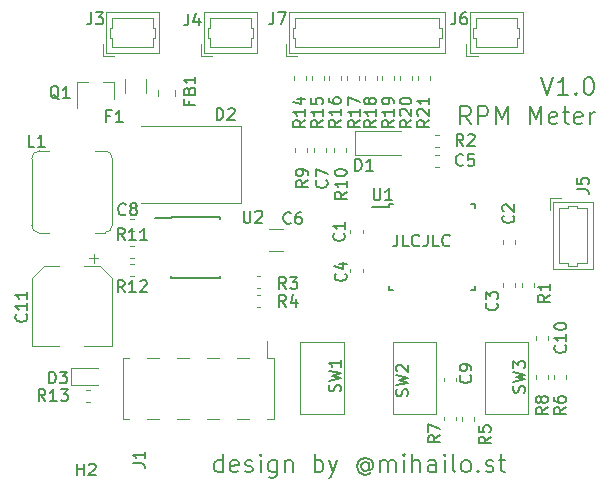
<source format=gbr>
%TF.GenerationSoftware,KiCad,Pcbnew,(5.1.5)-3*%
%TF.CreationDate,2021-03-30T18:15:46+02:00*%
%TF.ProjectId,rpm_meter_arduino,72706d5f-6d65-4746-9572-5f6172647569,rev?*%
%TF.SameCoordinates,Original*%
%TF.FileFunction,Legend,Top*%
%TF.FilePolarity,Positive*%
%FSLAX46Y46*%
G04 Gerber Fmt 4.6, Leading zero omitted, Abs format (unit mm)*
G04 Created by KiCad (PCBNEW (5.1.5)-3) date 2021-03-30 18:15:46*
%MOMM*%
%LPD*%
G04 APERTURE LIST*
%ADD10C,0.150000*%
%ADD11C,0.200000*%
%ADD12C,0.120000*%
G04 APERTURE END LIST*
D10*
X58552380Y-47152380D02*
X58552380Y-47866666D01*
X58504761Y-48009523D01*
X58409523Y-48104761D01*
X58266666Y-48152380D01*
X58171428Y-48152380D01*
X59504761Y-48152380D02*
X59028571Y-48152380D01*
X59028571Y-47152380D01*
X60409523Y-48057142D02*
X60361904Y-48104761D01*
X60219047Y-48152380D01*
X60123809Y-48152380D01*
X59980952Y-48104761D01*
X59885714Y-48009523D01*
X59838095Y-47914285D01*
X59790476Y-47723809D01*
X59790476Y-47580952D01*
X59838095Y-47390476D01*
X59885714Y-47295238D01*
X59980952Y-47200000D01*
X60123809Y-47152380D01*
X60219047Y-47152380D01*
X60361904Y-47200000D01*
X60409523Y-47247619D01*
X61123809Y-47152380D02*
X61123809Y-47866666D01*
X61076190Y-48009523D01*
X60980952Y-48104761D01*
X60838095Y-48152380D01*
X60742857Y-48152380D01*
X62076190Y-48152380D02*
X61600000Y-48152380D01*
X61600000Y-47152380D01*
X62980952Y-48057142D02*
X62933333Y-48104761D01*
X62790476Y-48152380D01*
X62695238Y-48152380D01*
X62552380Y-48104761D01*
X62457142Y-48009523D01*
X62409523Y-47914285D01*
X62361904Y-47723809D01*
X62361904Y-47580952D01*
X62409523Y-47390476D01*
X62457142Y-47295238D01*
X62552380Y-47200000D01*
X62695238Y-47152380D01*
X62790476Y-47152380D01*
X62933333Y-47200000D01*
X62980952Y-47247619D01*
D11*
X70755714Y-33853571D02*
X71255714Y-35353571D01*
X71755714Y-33853571D01*
X73041428Y-35353571D02*
X72184285Y-35353571D01*
X72612857Y-35353571D02*
X72612857Y-33853571D01*
X72470000Y-34067857D01*
X72327142Y-34210714D01*
X72184285Y-34282142D01*
X73684285Y-35210714D02*
X73755714Y-35282142D01*
X73684285Y-35353571D01*
X73612857Y-35282142D01*
X73684285Y-35210714D01*
X73684285Y-35353571D01*
X74684285Y-33853571D02*
X74827142Y-33853571D01*
X74970000Y-33925000D01*
X75041428Y-33996428D01*
X75112857Y-34139285D01*
X75184285Y-34425000D01*
X75184285Y-34782142D01*
X75112857Y-35067857D01*
X75041428Y-35210714D01*
X74970000Y-35282142D01*
X74827142Y-35353571D01*
X74684285Y-35353571D01*
X74541428Y-35282142D01*
X74470000Y-35210714D01*
X74398571Y-35067857D01*
X74327142Y-34782142D01*
X74327142Y-34425000D01*
X74398571Y-34139285D01*
X74470000Y-33996428D01*
X74541428Y-33925000D01*
X74684285Y-33853571D01*
X64755714Y-37803571D02*
X64255714Y-37089285D01*
X63898571Y-37803571D02*
X63898571Y-36303571D01*
X64470000Y-36303571D01*
X64612857Y-36375000D01*
X64684285Y-36446428D01*
X64755714Y-36589285D01*
X64755714Y-36803571D01*
X64684285Y-36946428D01*
X64612857Y-37017857D01*
X64470000Y-37089285D01*
X63898571Y-37089285D01*
X65398571Y-37803571D02*
X65398571Y-36303571D01*
X65970000Y-36303571D01*
X66112857Y-36375000D01*
X66184285Y-36446428D01*
X66255714Y-36589285D01*
X66255714Y-36803571D01*
X66184285Y-36946428D01*
X66112857Y-37017857D01*
X65970000Y-37089285D01*
X65398571Y-37089285D01*
X66898571Y-37803571D02*
X66898571Y-36303571D01*
X67398571Y-37375000D01*
X67898571Y-36303571D01*
X67898571Y-37803571D01*
X69755714Y-37803571D02*
X69755714Y-36303571D01*
X70255714Y-37375000D01*
X70755714Y-36303571D01*
X70755714Y-37803571D01*
X72041428Y-37732142D02*
X71898571Y-37803571D01*
X71612857Y-37803571D01*
X71470000Y-37732142D01*
X71398571Y-37589285D01*
X71398571Y-37017857D01*
X71470000Y-36875000D01*
X71612857Y-36803571D01*
X71898571Y-36803571D01*
X72041428Y-36875000D01*
X72112857Y-37017857D01*
X72112857Y-37160714D01*
X71398571Y-37303571D01*
X72541428Y-36803571D02*
X73112857Y-36803571D01*
X72755714Y-36303571D02*
X72755714Y-37589285D01*
X72827142Y-37732142D01*
X72970000Y-37803571D01*
X73112857Y-37803571D01*
X74184285Y-37732142D02*
X74041428Y-37803571D01*
X73755714Y-37803571D01*
X73612857Y-37732142D01*
X73541428Y-37589285D01*
X73541428Y-37017857D01*
X73612857Y-36875000D01*
X73755714Y-36803571D01*
X74041428Y-36803571D01*
X74184285Y-36875000D01*
X74255714Y-37017857D01*
X74255714Y-37160714D01*
X73541428Y-37303571D01*
X74898571Y-37803571D02*
X74898571Y-36803571D01*
X74898571Y-37089285D02*
X74970000Y-36946428D01*
X75041428Y-36875000D01*
X75184285Y-36803571D01*
X75327142Y-36803571D01*
X43764285Y-67278571D02*
X43764285Y-65778571D01*
X43764285Y-67207142D02*
X43621428Y-67278571D01*
X43335714Y-67278571D01*
X43192857Y-67207142D01*
X43121428Y-67135714D01*
X43050000Y-66992857D01*
X43050000Y-66564285D01*
X43121428Y-66421428D01*
X43192857Y-66350000D01*
X43335714Y-66278571D01*
X43621428Y-66278571D01*
X43764285Y-66350000D01*
X45050000Y-67207142D02*
X44907142Y-67278571D01*
X44621428Y-67278571D01*
X44478571Y-67207142D01*
X44407142Y-67064285D01*
X44407142Y-66492857D01*
X44478571Y-66350000D01*
X44621428Y-66278571D01*
X44907142Y-66278571D01*
X45050000Y-66350000D01*
X45121428Y-66492857D01*
X45121428Y-66635714D01*
X44407142Y-66778571D01*
X45692857Y-67207142D02*
X45835714Y-67278571D01*
X46121428Y-67278571D01*
X46264285Y-67207142D01*
X46335714Y-67064285D01*
X46335714Y-66992857D01*
X46264285Y-66850000D01*
X46121428Y-66778571D01*
X45907142Y-66778571D01*
X45764285Y-66707142D01*
X45692857Y-66564285D01*
X45692857Y-66492857D01*
X45764285Y-66350000D01*
X45907142Y-66278571D01*
X46121428Y-66278571D01*
X46264285Y-66350000D01*
X46978571Y-67278571D02*
X46978571Y-66278571D01*
X46978571Y-65778571D02*
X46907142Y-65850000D01*
X46978571Y-65921428D01*
X47050000Y-65850000D01*
X46978571Y-65778571D01*
X46978571Y-65921428D01*
X48335714Y-66278571D02*
X48335714Y-67492857D01*
X48264285Y-67635714D01*
X48192857Y-67707142D01*
X48050000Y-67778571D01*
X47835714Y-67778571D01*
X47692857Y-67707142D01*
X48335714Y-67207142D02*
X48192857Y-67278571D01*
X47907142Y-67278571D01*
X47764285Y-67207142D01*
X47692857Y-67135714D01*
X47621428Y-66992857D01*
X47621428Y-66564285D01*
X47692857Y-66421428D01*
X47764285Y-66350000D01*
X47907142Y-66278571D01*
X48192857Y-66278571D01*
X48335714Y-66350000D01*
X49050000Y-66278571D02*
X49050000Y-67278571D01*
X49050000Y-66421428D02*
X49121428Y-66350000D01*
X49264285Y-66278571D01*
X49478571Y-66278571D01*
X49621428Y-66350000D01*
X49692857Y-66492857D01*
X49692857Y-67278571D01*
X51550000Y-67278571D02*
X51550000Y-65778571D01*
X51550000Y-66350000D02*
X51692857Y-66278571D01*
X51978571Y-66278571D01*
X52121428Y-66350000D01*
X52192857Y-66421428D01*
X52264285Y-66564285D01*
X52264285Y-66992857D01*
X52192857Y-67135714D01*
X52121428Y-67207142D01*
X51978571Y-67278571D01*
X51692857Y-67278571D01*
X51550000Y-67207142D01*
X52764285Y-66278571D02*
X53121428Y-67278571D01*
X53478571Y-66278571D02*
X53121428Y-67278571D01*
X52978571Y-67635714D01*
X52907142Y-67707142D01*
X52764285Y-67778571D01*
X56121428Y-66564285D02*
X56050000Y-66492857D01*
X55907142Y-66421428D01*
X55764285Y-66421428D01*
X55621428Y-66492857D01*
X55550000Y-66564285D01*
X55478571Y-66707142D01*
X55478571Y-66850000D01*
X55550000Y-66992857D01*
X55621428Y-67064285D01*
X55764285Y-67135714D01*
X55907142Y-67135714D01*
X56050000Y-67064285D01*
X56121428Y-66992857D01*
X56121428Y-66421428D02*
X56121428Y-66992857D01*
X56192857Y-67064285D01*
X56264285Y-67064285D01*
X56407142Y-66992857D01*
X56478571Y-66850000D01*
X56478571Y-66492857D01*
X56335714Y-66278571D01*
X56121428Y-66135714D01*
X55835714Y-66064285D01*
X55550000Y-66135714D01*
X55335714Y-66278571D01*
X55192857Y-66492857D01*
X55121428Y-66778571D01*
X55192857Y-67064285D01*
X55335714Y-67278571D01*
X55550000Y-67421428D01*
X55835714Y-67492857D01*
X56121428Y-67421428D01*
X56335714Y-67278571D01*
X57121428Y-67278571D02*
X57121428Y-66278571D01*
X57121428Y-66421428D02*
X57192857Y-66350000D01*
X57335714Y-66278571D01*
X57550000Y-66278571D01*
X57692857Y-66350000D01*
X57764285Y-66492857D01*
X57764285Y-67278571D01*
X57764285Y-66492857D02*
X57835714Y-66350000D01*
X57978571Y-66278571D01*
X58192857Y-66278571D01*
X58335714Y-66350000D01*
X58407142Y-66492857D01*
X58407142Y-67278571D01*
X59121428Y-67278571D02*
X59121428Y-66278571D01*
X59121428Y-65778571D02*
X59050000Y-65850000D01*
X59121428Y-65921428D01*
X59192857Y-65850000D01*
X59121428Y-65778571D01*
X59121428Y-65921428D01*
X59835714Y-67278571D02*
X59835714Y-65778571D01*
X60478571Y-67278571D02*
X60478571Y-66492857D01*
X60407142Y-66350000D01*
X60264285Y-66278571D01*
X60050000Y-66278571D01*
X59907142Y-66350000D01*
X59835714Y-66421428D01*
X61835714Y-67278571D02*
X61835714Y-66492857D01*
X61764285Y-66350000D01*
X61621428Y-66278571D01*
X61335714Y-66278571D01*
X61192857Y-66350000D01*
X61835714Y-67207142D02*
X61692857Y-67278571D01*
X61335714Y-67278571D01*
X61192857Y-67207142D01*
X61121428Y-67064285D01*
X61121428Y-66921428D01*
X61192857Y-66778571D01*
X61335714Y-66707142D01*
X61692857Y-66707142D01*
X61835714Y-66635714D01*
X62550000Y-67278571D02*
X62550000Y-66278571D01*
X62550000Y-65778571D02*
X62478571Y-65850000D01*
X62550000Y-65921428D01*
X62621428Y-65850000D01*
X62550000Y-65778571D01*
X62550000Y-65921428D01*
X63478571Y-67278571D02*
X63335714Y-67207142D01*
X63264285Y-67064285D01*
X63264285Y-65778571D01*
X64264285Y-67278571D02*
X64121428Y-67207142D01*
X64050000Y-67135714D01*
X63978571Y-66992857D01*
X63978571Y-66564285D01*
X64050000Y-66421428D01*
X64121428Y-66350000D01*
X64264285Y-66278571D01*
X64478571Y-66278571D01*
X64621428Y-66350000D01*
X64692857Y-66421428D01*
X64764285Y-66564285D01*
X64764285Y-66992857D01*
X64692857Y-67135714D01*
X64621428Y-67207142D01*
X64478571Y-67278571D01*
X64264285Y-67278571D01*
X65407142Y-67135714D02*
X65478571Y-67207142D01*
X65407142Y-67278571D01*
X65335714Y-67207142D01*
X65407142Y-67135714D01*
X65407142Y-67278571D01*
X66050000Y-67207142D02*
X66192857Y-67278571D01*
X66478571Y-67278571D01*
X66621428Y-67207142D01*
X66692857Y-67064285D01*
X66692857Y-66992857D01*
X66621428Y-66850000D01*
X66478571Y-66778571D01*
X66264285Y-66778571D01*
X66121428Y-66707142D01*
X66050000Y-66564285D01*
X66050000Y-66492857D01*
X66121428Y-66350000D01*
X66264285Y-66278571D01*
X66478571Y-66278571D01*
X66621428Y-66350000D01*
X67121428Y-66278571D02*
X67692857Y-66278571D01*
X67335714Y-65778571D02*
X67335714Y-67064285D01*
X67407142Y-67207142D01*
X67550000Y-67278571D01*
X67692857Y-67278571D01*
D12*
%TO.C,C1*%
X55610000Y-47062779D02*
X55610000Y-46737221D01*
X54590000Y-47062779D02*
X54590000Y-46737221D01*
%TO.C,C2*%
X67490000Y-47962779D02*
X67490000Y-47637221D01*
X68510000Y-47962779D02*
X68510000Y-47637221D01*
%TO.C,C3*%
X67490000Y-51237221D02*
X67490000Y-51562779D01*
X68510000Y-51237221D02*
X68510000Y-51562779D01*
%TO.C,C5*%
X61737221Y-40390000D02*
X62062779Y-40390000D01*
X61737221Y-41410000D02*
X62062779Y-41410000D01*
%TO.C,C6*%
X47697936Y-46690000D02*
X48902064Y-46690000D01*
X47697936Y-48510000D02*
X48902064Y-48510000D01*
%TO.C,C7*%
X51524000Y-39837221D02*
X51524000Y-40162779D01*
X52544000Y-39837221D02*
X52544000Y-40162779D01*
%TO.C,C8*%
X36262779Y-46849000D02*
X35937221Y-46849000D01*
X36262779Y-45829000D02*
X35937221Y-45829000D01*
%TO.C,C9*%
X62466000Y-59593779D02*
X62466000Y-59268221D01*
X63486000Y-59593779D02*
X63486000Y-59268221D01*
%TO.C,C10*%
X71332000Y-56061779D02*
X71332000Y-55736221D01*
X70312000Y-56061779D02*
X70312000Y-55736221D01*
%TO.C,C11*%
X27590000Y-56610000D02*
X29940000Y-56610000D01*
X34410000Y-56610000D02*
X32060000Y-56610000D01*
X34410000Y-50854437D02*
X34410000Y-56610000D01*
X27590000Y-50854437D02*
X27590000Y-56610000D01*
X28654437Y-49790000D02*
X29940000Y-49790000D01*
X33345563Y-49790000D02*
X32060000Y-49790000D01*
X33345563Y-49790000D02*
X34410000Y-50854437D01*
X28654437Y-49790000D02*
X27590000Y-50854437D01*
X32847500Y-48762500D02*
X32847500Y-49550000D01*
X33241250Y-49156250D02*
X32453750Y-49156250D01*
%TO.C,D1*%
X54950000Y-38400000D02*
X54950000Y-40400000D01*
X54950000Y-40400000D02*
X58850000Y-40400000D01*
X54950000Y-38400000D02*
X58850000Y-38400000D01*
%TO.C,D2*%
X45288000Y-38004000D02*
X45288000Y-44504000D01*
X45288000Y-38004000D02*
X36888000Y-38004000D01*
X45288000Y-44504000D02*
X36888000Y-44504000D01*
%TO.C,D3*%
X33200000Y-58465000D02*
X30915000Y-58465000D01*
X30915000Y-58465000D02*
X30915000Y-59935000D01*
X30915000Y-59935000D02*
X33200000Y-59935000D01*
%TO.C,F1*%
X35490000Y-35202064D02*
X35490000Y-33997936D01*
X37310000Y-35202064D02*
X37310000Y-33997936D01*
%TO.C,FB1*%
X39710000Y-34888422D02*
X39710000Y-35405578D01*
X38290000Y-34888422D02*
X38290000Y-35405578D01*
%TO.C,J1*%
X48110000Y-57600000D02*
X48110000Y-62800000D01*
X35290000Y-57600000D02*
X35290000Y-62800000D01*
X47540000Y-56160000D02*
X47540000Y-57600000D01*
X48110000Y-57600000D02*
X47540000Y-57600000D01*
X48110000Y-62800000D02*
X47540000Y-62800000D01*
X35860000Y-57600000D02*
X35290000Y-57600000D01*
X35860000Y-62800000D02*
X35290000Y-62800000D01*
X46020000Y-57600000D02*
X45000000Y-57600000D01*
X46020000Y-62800000D02*
X45000000Y-62800000D01*
X43480000Y-57600000D02*
X42460000Y-57600000D01*
X43480000Y-62800000D02*
X42460000Y-62800000D01*
X40940000Y-57600000D02*
X39920000Y-57600000D01*
X40940000Y-62800000D02*
X39920000Y-62800000D01*
X38400000Y-57600000D02*
X37380000Y-57600000D01*
X38400000Y-62800000D02*
X37380000Y-62800000D01*
%TO.C,J3*%
X33600000Y-32050000D02*
X34600000Y-32050000D01*
X33600000Y-32050000D02*
X33600000Y-31050000D01*
X37850000Y-28850000D02*
X36125000Y-28850000D01*
X37850000Y-29700000D02*
X37850000Y-28850000D01*
X38050000Y-29700000D02*
X37850000Y-29700000D01*
X38050000Y-30500000D02*
X38050000Y-29700000D01*
X37850000Y-30500000D02*
X38050000Y-30500000D01*
X37850000Y-31250000D02*
X37850000Y-30500000D01*
X36125000Y-31250000D02*
X37850000Y-31250000D01*
X34400000Y-28850000D02*
X36125000Y-28850000D01*
X34400000Y-29700000D02*
X34400000Y-28850000D01*
X34200000Y-29700000D02*
X34400000Y-29700000D01*
X34200000Y-30500000D02*
X34200000Y-29700000D01*
X34400000Y-30500000D02*
X34200000Y-30500000D01*
X34400000Y-31250000D02*
X34400000Y-30500000D01*
X36125000Y-31250000D02*
X34400000Y-31250000D01*
X38360000Y-28340000D02*
X33890000Y-28340000D01*
X38360000Y-31760000D02*
X38360000Y-28340000D01*
X33890000Y-31760000D02*
X38360000Y-31760000D01*
X33890000Y-28340000D02*
X33890000Y-31760000D01*
%TO.C,J4*%
X42190000Y-28340000D02*
X42190000Y-31760000D01*
X42190000Y-31760000D02*
X46660000Y-31760000D01*
X46660000Y-31760000D02*
X46660000Y-28340000D01*
X46660000Y-28340000D02*
X42190000Y-28340000D01*
X44425000Y-31250000D02*
X42700000Y-31250000D01*
X42700000Y-31250000D02*
X42700000Y-30500000D01*
X42700000Y-30500000D02*
X42500000Y-30500000D01*
X42500000Y-30500000D02*
X42500000Y-29700000D01*
X42500000Y-29700000D02*
X42700000Y-29700000D01*
X42700000Y-29700000D02*
X42700000Y-28850000D01*
X42700000Y-28850000D02*
X44425000Y-28850000D01*
X44425000Y-31250000D02*
X46150000Y-31250000D01*
X46150000Y-31250000D02*
X46150000Y-30500000D01*
X46150000Y-30500000D02*
X46350000Y-30500000D01*
X46350000Y-30500000D02*
X46350000Y-29700000D01*
X46350000Y-29700000D02*
X46150000Y-29700000D01*
X46150000Y-29700000D02*
X46150000Y-28850000D01*
X46150000Y-28850000D02*
X44425000Y-28850000D01*
X41900000Y-32050000D02*
X41900000Y-31050000D01*
X41900000Y-32050000D02*
X42900000Y-32050000D01*
%TO.C,J5*%
X75160000Y-44390000D02*
X71740000Y-44390000D01*
X71740000Y-44390000D02*
X71740000Y-50110000D01*
X71740000Y-50110000D02*
X75160000Y-50110000D01*
X75160000Y-50110000D02*
X75160000Y-44390000D01*
X72250000Y-47250000D02*
X72250000Y-44900000D01*
X72250000Y-44900000D02*
X73000000Y-44900000D01*
X73000000Y-44900000D02*
X73000000Y-44700000D01*
X73000000Y-44700000D02*
X73800000Y-44700000D01*
X73800000Y-44700000D02*
X73800000Y-44900000D01*
X73800000Y-44900000D02*
X74650000Y-44900000D01*
X74650000Y-44900000D02*
X74650000Y-47250000D01*
X72250000Y-47250000D02*
X72250000Y-49600000D01*
X72250000Y-49600000D02*
X73000000Y-49600000D01*
X73000000Y-49600000D02*
X73000000Y-49800000D01*
X73000000Y-49800000D02*
X73800000Y-49800000D01*
X73800000Y-49800000D02*
X73800000Y-49600000D01*
X73800000Y-49600000D02*
X74650000Y-49600000D01*
X74650000Y-49600000D02*
X74650000Y-47250000D01*
X71450000Y-44100000D02*
X72450000Y-44100000D01*
X71450000Y-44100000D02*
X71450000Y-45100000D01*
%TO.C,J6*%
X64690000Y-28340000D02*
X64690000Y-31760000D01*
X64690000Y-31760000D02*
X69160000Y-31760000D01*
X69160000Y-31760000D02*
X69160000Y-28340000D01*
X69160000Y-28340000D02*
X64690000Y-28340000D01*
X66925000Y-31250000D02*
X65200000Y-31250000D01*
X65200000Y-31250000D02*
X65200000Y-30500000D01*
X65200000Y-30500000D02*
X65000000Y-30500000D01*
X65000000Y-30500000D02*
X65000000Y-29700000D01*
X65000000Y-29700000D02*
X65200000Y-29700000D01*
X65200000Y-29700000D02*
X65200000Y-28850000D01*
X65200000Y-28850000D02*
X66925000Y-28850000D01*
X66925000Y-31250000D02*
X68650000Y-31250000D01*
X68650000Y-31250000D02*
X68650000Y-30500000D01*
X68650000Y-30500000D02*
X68850000Y-30500000D01*
X68850000Y-30500000D02*
X68850000Y-29700000D01*
X68850000Y-29700000D02*
X68650000Y-29700000D01*
X68650000Y-29700000D02*
X68650000Y-28850000D01*
X68650000Y-28850000D02*
X66925000Y-28850000D01*
X64400000Y-32050000D02*
X64400000Y-31050000D01*
X64400000Y-32050000D02*
X65400000Y-32050000D01*
%TO.C,J7*%
X49390000Y-28340000D02*
X49390000Y-31760000D01*
X49390000Y-31760000D02*
X62610000Y-31760000D01*
X62610000Y-31760000D02*
X62610000Y-28340000D01*
X62610000Y-28340000D02*
X49390000Y-28340000D01*
X56000000Y-31250000D02*
X49900000Y-31250000D01*
X49900000Y-31250000D02*
X49900000Y-30500000D01*
X49900000Y-30500000D02*
X49700000Y-30500000D01*
X49700000Y-30500000D02*
X49700000Y-29700000D01*
X49700000Y-29700000D02*
X49900000Y-29700000D01*
X49900000Y-29700000D02*
X49900000Y-28850000D01*
X49900000Y-28850000D02*
X56000000Y-28850000D01*
X56000000Y-31250000D02*
X62100000Y-31250000D01*
X62100000Y-31250000D02*
X62100000Y-30500000D01*
X62100000Y-30500000D02*
X62300000Y-30500000D01*
X62300000Y-30500000D02*
X62300000Y-29700000D01*
X62300000Y-29700000D02*
X62100000Y-29700000D01*
X62100000Y-29700000D02*
X62100000Y-28850000D01*
X62100000Y-28850000D02*
X56000000Y-28850000D01*
X49100000Y-32050000D02*
X49100000Y-31050000D01*
X49100000Y-32050000D02*
X50100000Y-32050000D01*
%TO.C,L1*%
X33800000Y-40069000D02*
G75*
G02X34410000Y-40679000I0J-610000D01*
G01*
X34410000Y-46379000D02*
G75*
G02X33800000Y-46989000I-610000J0D01*
G01*
X34410000Y-40679000D02*
X34410000Y-46379000D01*
X27590000Y-40729000D02*
G75*
G02X28250000Y-40069000I660000J0D01*
G01*
X28200000Y-46989000D02*
G75*
G02X27590000Y-46379000I0J610000D01*
G01*
X29050000Y-46989000D02*
X28200000Y-46989000D01*
X27590000Y-46379000D02*
X27590000Y-40729000D01*
X28250000Y-40069000D02*
X29050000Y-40069000D01*
X33800000Y-46989000D02*
X32950000Y-46989000D01*
X32950000Y-40069000D02*
X33800000Y-40069000D01*
%TO.C,Q1*%
X34580000Y-34240000D02*
X33650000Y-34240000D01*
X31420000Y-34240000D02*
X32350000Y-34240000D01*
X31420000Y-34240000D02*
X31420000Y-36400000D01*
X34580000Y-34240000D02*
X34580000Y-35700000D01*
%TO.C,R1*%
X70110000Y-51562779D02*
X70110000Y-51237221D01*
X69090000Y-51562779D02*
X69090000Y-51237221D01*
%TO.C,R2*%
X62062779Y-39710000D02*
X61737221Y-39710000D01*
X62062779Y-38690000D02*
X61737221Y-38690000D01*
%TO.C,R3*%
X46962779Y-51710000D02*
X46637221Y-51710000D01*
X46962779Y-50690000D02*
X46637221Y-50690000D01*
%TO.C,R4*%
X46637221Y-53310000D02*
X46962779Y-53310000D01*
X46637221Y-52290000D02*
X46962779Y-52290000D01*
%TO.C,R5*%
X65010000Y-62595721D02*
X65010000Y-62921279D01*
X63990000Y-62595721D02*
X63990000Y-62921279D01*
%TO.C,R6*%
X72856000Y-59038221D02*
X72856000Y-59363779D01*
X71836000Y-59038221D02*
X71836000Y-59363779D01*
%TO.C,R7*%
X62466000Y-62570221D02*
X62466000Y-62895779D01*
X63486000Y-62570221D02*
X63486000Y-62895779D01*
%TO.C,R8*%
X70312000Y-59038221D02*
X70312000Y-59363779D01*
X71332000Y-59038221D02*
X71332000Y-59363779D01*
%TO.C,R9*%
X49890000Y-40162779D02*
X49890000Y-39837221D01*
X50910000Y-40162779D02*
X50910000Y-39837221D01*
%TO.C,R10*%
X53190000Y-39837221D02*
X53190000Y-40162779D01*
X54210000Y-39837221D02*
X54210000Y-40162779D01*
%TO.C,R11*%
X35937221Y-49110000D02*
X36262779Y-49110000D01*
X35937221Y-48090000D02*
X36262779Y-48090000D01*
%TO.C,R12*%
X36262779Y-50659000D02*
X35937221Y-50659000D01*
X36262779Y-49639000D02*
X35937221Y-49639000D01*
%TO.C,R13*%
X32562779Y-61310000D02*
X32237221Y-61310000D01*
X32562779Y-60290000D02*
X32237221Y-60290000D01*
%TO.C,R14*%
X49790000Y-33737221D02*
X49790000Y-34062779D01*
X50810000Y-33737221D02*
X50810000Y-34062779D01*
%TO.C,R15*%
X52310000Y-33737221D02*
X52310000Y-34062779D01*
X51290000Y-33737221D02*
X51290000Y-34062779D01*
%TO.C,R16*%
X52790000Y-33737221D02*
X52790000Y-34062779D01*
X53810000Y-33737221D02*
X53810000Y-34062779D01*
%TO.C,R17*%
X55310000Y-33737221D02*
X55310000Y-34062779D01*
X54290000Y-33737221D02*
X54290000Y-34062779D01*
%TO.C,R18*%
X56810000Y-33737221D02*
X56810000Y-34062779D01*
X55790000Y-33737221D02*
X55790000Y-34062779D01*
%TO.C,R19*%
X57290000Y-33737221D02*
X57290000Y-34062779D01*
X58310000Y-33737221D02*
X58310000Y-34062779D01*
%TO.C,R20*%
X59810000Y-33737221D02*
X59810000Y-34062779D01*
X58790000Y-33737221D02*
X58790000Y-34062779D01*
%TO.C,R21*%
X60290000Y-33737221D02*
X60290000Y-34062779D01*
X61310000Y-33737221D02*
X61310000Y-34062779D01*
%TO.C,SW1*%
X54050000Y-56240000D02*
X54050000Y-62360000D01*
X54050000Y-62360000D02*
X50350000Y-62360000D01*
X50350000Y-62360000D02*
X50350000Y-56240000D01*
X50350000Y-56240000D02*
X54050000Y-56240000D01*
%TO.C,SW2*%
X61850000Y-56240000D02*
X61850000Y-62360000D01*
X61850000Y-62360000D02*
X58150000Y-62360000D01*
X58150000Y-62360000D02*
X58150000Y-56240000D01*
X58150000Y-56240000D02*
X61850000Y-56240000D01*
%TO.C,SW3*%
X69650000Y-62360000D02*
X65950000Y-62360000D01*
X69650000Y-56240000D02*
X69650000Y-62360000D01*
X65950000Y-56240000D02*
X69650000Y-56240000D01*
X65950000Y-62360000D02*
X65950000Y-56240000D01*
D10*
%TO.C,U2*%
X39413000Y-45679000D02*
X39413000Y-45729000D01*
X43563000Y-45679000D02*
X43563000Y-45824000D01*
X43563000Y-50829000D02*
X43563000Y-50684000D01*
X39413000Y-50829000D02*
X39413000Y-50684000D01*
X39413000Y-45679000D02*
X43563000Y-45679000D01*
X39413000Y-50829000D02*
X43563000Y-50829000D01*
X39413000Y-45729000D02*
X38013000Y-45729000D01*
D12*
%TO.C,C4*%
X55610000Y-50037221D02*
X55610000Y-50362779D01*
X54590000Y-50037221D02*
X54590000Y-50362779D01*
D10*
%TO.C,U1*%
X57875000Y-44575000D02*
X57875000Y-44800000D01*
X65125000Y-44575000D02*
X65125000Y-44900000D01*
X65125000Y-51825000D02*
X65125000Y-51500000D01*
X57875000Y-51825000D02*
X57875000Y-51500000D01*
X57875000Y-44575000D02*
X58200000Y-44575000D01*
X57875000Y-51825000D02*
X58200000Y-51825000D01*
X65125000Y-51825000D02*
X64800000Y-51825000D01*
X65125000Y-44575000D02*
X64800000Y-44575000D01*
X57875000Y-44800000D02*
X56450000Y-44800000D01*
%TO.C,C1*%
X54027142Y-47066666D02*
X54074761Y-47114285D01*
X54122380Y-47257142D01*
X54122380Y-47352380D01*
X54074761Y-47495238D01*
X53979523Y-47590476D01*
X53884285Y-47638095D01*
X53693809Y-47685714D01*
X53550952Y-47685714D01*
X53360476Y-47638095D01*
X53265238Y-47590476D01*
X53170000Y-47495238D01*
X53122380Y-47352380D01*
X53122380Y-47257142D01*
X53170000Y-47114285D01*
X53217619Y-47066666D01*
X54122380Y-46114285D02*
X54122380Y-46685714D01*
X54122380Y-46400000D02*
X53122380Y-46400000D01*
X53265238Y-46495238D01*
X53360476Y-46590476D01*
X53408095Y-46685714D01*
%TO.C,C2*%
X68357142Y-45553666D02*
X68404761Y-45601285D01*
X68452380Y-45744142D01*
X68452380Y-45839380D01*
X68404761Y-45982238D01*
X68309523Y-46077476D01*
X68214285Y-46125095D01*
X68023809Y-46172714D01*
X67880952Y-46172714D01*
X67690476Y-46125095D01*
X67595238Y-46077476D01*
X67500000Y-45982238D01*
X67452380Y-45839380D01*
X67452380Y-45744142D01*
X67500000Y-45601285D01*
X67547619Y-45553666D01*
X67547619Y-45172714D02*
X67500000Y-45125095D01*
X67452380Y-45029857D01*
X67452380Y-44791761D01*
X67500000Y-44696523D01*
X67547619Y-44648904D01*
X67642857Y-44601285D01*
X67738095Y-44601285D01*
X67880952Y-44648904D01*
X68452380Y-45220333D01*
X68452380Y-44601285D01*
%TO.C,C3*%
X66957142Y-52966666D02*
X67004761Y-53014285D01*
X67052380Y-53157142D01*
X67052380Y-53252380D01*
X67004761Y-53395238D01*
X66909523Y-53490476D01*
X66814285Y-53538095D01*
X66623809Y-53585714D01*
X66480952Y-53585714D01*
X66290476Y-53538095D01*
X66195238Y-53490476D01*
X66100000Y-53395238D01*
X66052380Y-53252380D01*
X66052380Y-53157142D01*
X66100000Y-53014285D01*
X66147619Y-52966666D01*
X66052380Y-52633333D02*
X66052380Y-52014285D01*
X66433333Y-52347619D01*
X66433333Y-52204761D01*
X66480952Y-52109523D01*
X66528571Y-52061904D01*
X66623809Y-52014285D01*
X66861904Y-52014285D01*
X66957142Y-52061904D01*
X67004761Y-52109523D01*
X67052380Y-52204761D01*
X67052380Y-52490476D01*
X67004761Y-52585714D01*
X66957142Y-52633333D01*
%TO.C,C5*%
X64120833Y-41257142D02*
X64073214Y-41304761D01*
X63930357Y-41352380D01*
X63835119Y-41352380D01*
X63692261Y-41304761D01*
X63597023Y-41209523D01*
X63549404Y-41114285D01*
X63501785Y-40923809D01*
X63501785Y-40780952D01*
X63549404Y-40590476D01*
X63597023Y-40495238D01*
X63692261Y-40400000D01*
X63835119Y-40352380D01*
X63930357Y-40352380D01*
X64073214Y-40400000D01*
X64120833Y-40447619D01*
X65025595Y-40352380D02*
X64549404Y-40352380D01*
X64501785Y-40828571D01*
X64549404Y-40780952D01*
X64644642Y-40733333D01*
X64882738Y-40733333D01*
X64977976Y-40780952D01*
X65025595Y-40828571D01*
X65073214Y-40923809D01*
X65073214Y-41161904D01*
X65025595Y-41257142D01*
X64977976Y-41304761D01*
X64882738Y-41352380D01*
X64644642Y-41352380D01*
X64549404Y-41304761D01*
X64501785Y-41257142D01*
%TO.C,C6*%
X49533333Y-46157142D02*
X49485714Y-46204761D01*
X49342857Y-46252380D01*
X49247619Y-46252380D01*
X49104761Y-46204761D01*
X49009523Y-46109523D01*
X48961904Y-46014285D01*
X48914285Y-45823809D01*
X48914285Y-45680952D01*
X48961904Y-45490476D01*
X49009523Y-45395238D01*
X49104761Y-45300000D01*
X49247619Y-45252380D01*
X49342857Y-45252380D01*
X49485714Y-45300000D01*
X49533333Y-45347619D01*
X50390476Y-45252380D02*
X50200000Y-45252380D01*
X50104761Y-45300000D01*
X50057142Y-45347619D01*
X49961904Y-45490476D01*
X49914285Y-45680952D01*
X49914285Y-46061904D01*
X49961904Y-46157142D01*
X50009523Y-46204761D01*
X50104761Y-46252380D01*
X50295238Y-46252380D01*
X50390476Y-46204761D01*
X50438095Y-46157142D01*
X50485714Y-46061904D01*
X50485714Y-45823809D01*
X50438095Y-45728571D01*
X50390476Y-45680952D01*
X50295238Y-45633333D01*
X50104761Y-45633333D01*
X50009523Y-45680952D01*
X49961904Y-45728571D01*
X49914285Y-45823809D01*
%TO.C,C7*%
X52557142Y-42566666D02*
X52604761Y-42614285D01*
X52652380Y-42757142D01*
X52652380Y-42852380D01*
X52604761Y-42995238D01*
X52509523Y-43090476D01*
X52414285Y-43138095D01*
X52223809Y-43185714D01*
X52080952Y-43185714D01*
X51890476Y-43138095D01*
X51795238Y-43090476D01*
X51700000Y-42995238D01*
X51652380Y-42852380D01*
X51652380Y-42757142D01*
X51700000Y-42614285D01*
X51747619Y-42566666D01*
X51652380Y-42233333D02*
X51652380Y-41566666D01*
X52652380Y-41995238D01*
%TO.C,C8*%
X35552333Y-45426142D02*
X35504714Y-45473761D01*
X35361857Y-45521380D01*
X35266619Y-45521380D01*
X35123761Y-45473761D01*
X35028523Y-45378523D01*
X34980904Y-45283285D01*
X34933285Y-45092809D01*
X34933285Y-44949952D01*
X34980904Y-44759476D01*
X35028523Y-44664238D01*
X35123761Y-44569000D01*
X35266619Y-44521380D01*
X35361857Y-44521380D01*
X35504714Y-44569000D01*
X35552333Y-44616619D01*
X36123761Y-44949952D02*
X36028523Y-44902333D01*
X35980904Y-44854714D01*
X35933285Y-44759476D01*
X35933285Y-44711857D01*
X35980904Y-44616619D01*
X36028523Y-44569000D01*
X36123761Y-44521380D01*
X36314238Y-44521380D01*
X36409476Y-44569000D01*
X36457095Y-44616619D01*
X36504714Y-44711857D01*
X36504714Y-44759476D01*
X36457095Y-44854714D01*
X36409476Y-44902333D01*
X36314238Y-44949952D01*
X36123761Y-44949952D01*
X36028523Y-44997571D01*
X35980904Y-45045190D01*
X35933285Y-45140428D01*
X35933285Y-45330904D01*
X35980904Y-45426142D01*
X36028523Y-45473761D01*
X36123761Y-45521380D01*
X36314238Y-45521380D01*
X36409476Y-45473761D01*
X36457095Y-45426142D01*
X36504714Y-45330904D01*
X36504714Y-45140428D01*
X36457095Y-45045190D01*
X36409476Y-44997571D01*
X36314238Y-44949952D01*
%TO.C,C9*%
X64730142Y-59089666D02*
X64777761Y-59137285D01*
X64825380Y-59280142D01*
X64825380Y-59375380D01*
X64777761Y-59518238D01*
X64682523Y-59613476D01*
X64587285Y-59661095D01*
X64396809Y-59708714D01*
X64253952Y-59708714D01*
X64063476Y-59661095D01*
X63968238Y-59613476D01*
X63873000Y-59518238D01*
X63825380Y-59375380D01*
X63825380Y-59280142D01*
X63873000Y-59137285D01*
X63920619Y-59089666D01*
X64825380Y-58613476D02*
X64825380Y-58423000D01*
X64777761Y-58327761D01*
X64730142Y-58280142D01*
X64587285Y-58184904D01*
X64396809Y-58137285D01*
X64015857Y-58137285D01*
X63920619Y-58184904D01*
X63873000Y-58232523D01*
X63825380Y-58327761D01*
X63825380Y-58518238D01*
X63873000Y-58613476D01*
X63920619Y-58661095D01*
X64015857Y-58708714D01*
X64253952Y-58708714D01*
X64349190Y-58661095D01*
X64396809Y-58613476D01*
X64444428Y-58518238D01*
X64444428Y-58327761D01*
X64396809Y-58232523D01*
X64349190Y-58184904D01*
X64253952Y-58137285D01*
%TO.C,C10*%
X72757142Y-56542857D02*
X72804761Y-56590476D01*
X72852380Y-56733333D01*
X72852380Y-56828571D01*
X72804761Y-56971428D01*
X72709523Y-57066666D01*
X72614285Y-57114285D01*
X72423809Y-57161904D01*
X72280952Y-57161904D01*
X72090476Y-57114285D01*
X71995238Y-57066666D01*
X71900000Y-56971428D01*
X71852380Y-56828571D01*
X71852380Y-56733333D01*
X71900000Y-56590476D01*
X71947619Y-56542857D01*
X72852380Y-55590476D02*
X72852380Y-56161904D01*
X72852380Y-55876190D02*
X71852380Y-55876190D01*
X71995238Y-55971428D01*
X72090476Y-56066666D01*
X72138095Y-56161904D01*
X71852380Y-54971428D02*
X71852380Y-54876190D01*
X71900000Y-54780952D01*
X71947619Y-54733333D01*
X72042857Y-54685714D01*
X72233333Y-54638095D01*
X72471428Y-54638095D01*
X72661904Y-54685714D01*
X72757142Y-54733333D01*
X72804761Y-54780952D01*
X72852380Y-54876190D01*
X72852380Y-54971428D01*
X72804761Y-55066666D01*
X72757142Y-55114285D01*
X72661904Y-55161904D01*
X72471428Y-55209523D01*
X72233333Y-55209523D01*
X72042857Y-55161904D01*
X71947619Y-55114285D01*
X71900000Y-55066666D01*
X71852380Y-54971428D01*
%TO.C,C11*%
X27127142Y-53912857D02*
X27174761Y-53960476D01*
X27222380Y-54103333D01*
X27222380Y-54198571D01*
X27174761Y-54341428D01*
X27079523Y-54436666D01*
X26984285Y-54484285D01*
X26793809Y-54531904D01*
X26650952Y-54531904D01*
X26460476Y-54484285D01*
X26365238Y-54436666D01*
X26270000Y-54341428D01*
X26222380Y-54198571D01*
X26222380Y-54103333D01*
X26270000Y-53960476D01*
X26317619Y-53912857D01*
X27222380Y-52960476D02*
X27222380Y-53531904D01*
X27222380Y-53246190D02*
X26222380Y-53246190D01*
X26365238Y-53341428D01*
X26460476Y-53436666D01*
X26508095Y-53531904D01*
X27222380Y-52008095D02*
X27222380Y-52579523D01*
X27222380Y-52293809D02*
X26222380Y-52293809D01*
X26365238Y-52389047D01*
X26460476Y-52484285D01*
X26508095Y-52579523D01*
%TO.C,D1*%
X54961904Y-41752380D02*
X54961904Y-40752380D01*
X55200000Y-40752380D01*
X55342857Y-40800000D01*
X55438095Y-40895238D01*
X55485714Y-40990476D01*
X55533333Y-41180952D01*
X55533333Y-41323809D01*
X55485714Y-41514285D01*
X55438095Y-41609523D01*
X55342857Y-41704761D01*
X55200000Y-41752380D01*
X54961904Y-41752380D01*
X56485714Y-41752380D02*
X55914285Y-41752380D01*
X56200000Y-41752380D02*
X56200000Y-40752380D01*
X56104761Y-40895238D01*
X56009523Y-40990476D01*
X55914285Y-41038095D01*
%TO.C,D2*%
X43261904Y-37452380D02*
X43261904Y-36452380D01*
X43500000Y-36452380D01*
X43642857Y-36500000D01*
X43738095Y-36595238D01*
X43785714Y-36690476D01*
X43833333Y-36880952D01*
X43833333Y-37023809D01*
X43785714Y-37214285D01*
X43738095Y-37309523D01*
X43642857Y-37404761D01*
X43500000Y-37452380D01*
X43261904Y-37452380D01*
X44214285Y-36547619D02*
X44261904Y-36500000D01*
X44357142Y-36452380D01*
X44595238Y-36452380D01*
X44690476Y-36500000D01*
X44738095Y-36547619D01*
X44785714Y-36642857D01*
X44785714Y-36738095D01*
X44738095Y-36880952D01*
X44166666Y-37452380D01*
X44785714Y-37452380D01*
%TO.C,D3*%
X29061904Y-59752380D02*
X29061904Y-58752380D01*
X29300000Y-58752380D01*
X29442857Y-58800000D01*
X29538095Y-58895238D01*
X29585714Y-58990476D01*
X29633333Y-59180952D01*
X29633333Y-59323809D01*
X29585714Y-59514285D01*
X29538095Y-59609523D01*
X29442857Y-59704761D01*
X29300000Y-59752380D01*
X29061904Y-59752380D01*
X29966666Y-58752380D02*
X30585714Y-58752380D01*
X30252380Y-59133333D01*
X30395238Y-59133333D01*
X30490476Y-59180952D01*
X30538095Y-59228571D01*
X30585714Y-59323809D01*
X30585714Y-59561904D01*
X30538095Y-59657142D01*
X30490476Y-59704761D01*
X30395238Y-59752380D01*
X30109523Y-59752380D01*
X30014285Y-59704761D01*
X29966666Y-59657142D01*
%TO.C,F1*%
X34246666Y-37128571D02*
X33913333Y-37128571D01*
X33913333Y-37652380D02*
X33913333Y-36652380D01*
X34389523Y-36652380D01*
X35294285Y-37652380D02*
X34722857Y-37652380D01*
X35008571Y-37652380D02*
X35008571Y-36652380D01*
X34913333Y-36795238D01*
X34818095Y-36890476D01*
X34722857Y-36938095D01*
%TO.C,FB1*%
X40928571Y-35833333D02*
X40928571Y-36166666D01*
X41452380Y-36166666D02*
X40452380Y-36166666D01*
X40452380Y-35690476D01*
X40928571Y-34976190D02*
X40976190Y-34833333D01*
X41023809Y-34785714D01*
X41119047Y-34738095D01*
X41261904Y-34738095D01*
X41357142Y-34785714D01*
X41404761Y-34833333D01*
X41452380Y-34928571D01*
X41452380Y-35309523D01*
X40452380Y-35309523D01*
X40452380Y-34976190D01*
X40500000Y-34880952D01*
X40547619Y-34833333D01*
X40642857Y-34785714D01*
X40738095Y-34785714D01*
X40833333Y-34833333D01*
X40880952Y-34880952D01*
X40928571Y-34976190D01*
X40928571Y-35309523D01*
X41452380Y-33785714D02*
X41452380Y-34357142D01*
X41452380Y-34071428D02*
X40452380Y-34071428D01*
X40595238Y-34166666D01*
X40690476Y-34261904D01*
X40738095Y-34357142D01*
%TO.C,H2*%
X31438095Y-67552380D02*
X31438095Y-66552380D01*
X31438095Y-67028571D02*
X32009523Y-67028571D01*
X32009523Y-67552380D02*
X32009523Y-66552380D01*
X32438095Y-66647619D02*
X32485714Y-66600000D01*
X32580952Y-66552380D01*
X32819047Y-66552380D01*
X32914285Y-66600000D01*
X32961904Y-66647619D01*
X33009523Y-66742857D01*
X33009523Y-66838095D01*
X32961904Y-66980952D01*
X32390476Y-67552380D01*
X33009523Y-67552380D01*
%TO.C,J1*%
X36152380Y-66533333D02*
X36866666Y-66533333D01*
X37009523Y-66580952D01*
X37104761Y-66676190D01*
X37152380Y-66819047D01*
X37152380Y-66914285D01*
X37152380Y-65533333D02*
X37152380Y-66104761D01*
X37152380Y-65819047D02*
X36152380Y-65819047D01*
X36295238Y-65914285D01*
X36390476Y-66009523D01*
X36438095Y-66104761D01*
%TO.C,J3*%
X32644666Y-28353380D02*
X32644666Y-29067666D01*
X32597047Y-29210523D01*
X32501809Y-29305761D01*
X32358952Y-29353380D01*
X32263714Y-29353380D01*
X33025619Y-28353380D02*
X33644666Y-28353380D01*
X33311333Y-28734333D01*
X33454190Y-28734333D01*
X33549428Y-28781952D01*
X33597047Y-28829571D01*
X33644666Y-28924809D01*
X33644666Y-29162904D01*
X33597047Y-29258142D01*
X33549428Y-29305761D01*
X33454190Y-29353380D01*
X33168476Y-29353380D01*
X33073238Y-29305761D01*
X33025619Y-29258142D01*
%TO.C,J4*%
X40866666Y-28452380D02*
X40866666Y-29166666D01*
X40819047Y-29309523D01*
X40723809Y-29404761D01*
X40580952Y-29452380D01*
X40485714Y-29452380D01*
X41771428Y-28785714D02*
X41771428Y-29452380D01*
X41533333Y-28404761D02*
X41295238Y-29119047D01*
X41914285Y-29119047D01*
%TO.C,J5*%
X73752380Y-43333333D02*
X74466666Y-43333333D01*
X74609523Y-43380952D01*
X74704761Y-43476190D01*
X74752380Y-43619047D01*
X74752380Y-43714285D01*
X73752380Y-42380952D02*
X73752380Y-42857142D01*
X74228571Y-42904761D01*
X74180952Y-42857142D01*
X74133333Y-42761904D01*
X74133333Y-42523809D01*
X74180952Y-42428571D01*
X74228571Y-42380952D01*
X74323809Y-42333333D01*
X74561904Y-42333333D01*
X74657142Y-42380952D01*
X74704761Y-42428571D01*
X74752380Y-42523809D01*
X74752380Y-42761904D01*
X74704761Y-42857142D01*
X74657142Y-42904761D01*
%TO.C,J6*%
X63466666Y-28352380D02*
X63466666Y-29066666D01*
X63419047Y-29209523D01*
X63323809Y-29304761D01*
X63180952Y-29352380D01*
X63085714Y-29352380D01*
X64371428Y-28352380D02*
X64180952Y-28352380D01*
X64085714Y-28400000D01*
X64038095Y-28447619D01*
X63942857Y-28590476D01*
X63895238Y-28780952D01*
X63895238Y-29161904D01*
X63942857Y-29257142D01*
X63990476Y-29304761D01*
X64085714Y-29352380D01*
X64276190Y-29352380D01*
X64371428Y-29304761D01*
X64419047Y-29257142D01*
X64466666Y-29161904D01*
X64466666Y-28923809D01*
X64419047Y-28828571D01*
X64371428Y-28780952D01*
X64276190Y-28733333D01*
X64085714Y-28733333D01*
X63990476Y-28780952D01*
X63942857Y-28828571D01*
X63895238Y-28923809D01*
%TO.C,J7*%
X48066666Y-28352380D02*
X48066666Y-29066666D01*
X48019047Y-29209523D01*
X47923809Y-29304761D01*
X47780952Y-29352380D01*
X47685714Y-29352380D01*
X48447619Y-28352380D02*
X49114285Y-28352380D01*
X48685714Y-29352380D01*
%TO.C,L1*%
X27833333Y-39706380D02*
X27357142Y-39706380D01*
X27357142Y-38706380D01*
X28690476Y-39706380D02*
X28119047Y-39706380D01*
X28404761Y-39706380D02*
X28404761Y-38706380D01*
X28309523Y-38849238D01*
X28214285Y-38944476D01*
X28119047Y-38992095D01*
%TO.C,Q1*%
X29904761Y-35690619D02*
X29809523Y-35643000D01*
X29714285Y-35547761D01*
X29571428Y-35404904D01*
X29476190Y-35357285D01*
X29380952Y-35357285D01*
X29428571Y-35595380D02*
X29333333Y-35547761D01*
X29238095Y-35452523D01*
X29190476Y-35262047D01*
X29190476Y-34928714D01*
X29238095Y-34738238D01*
X29333333Y-34643000D01*
X29428571Y-34595380D01*
X29619047Y-34595380D01*
X29714285Y-34643000D01*
X29809523Y-34738238D01*
X29857142Y-34928714D01*
X29857142Y-35262047D01*
X29809523Y-35452523D01*
X29714285Y-35547761D01*
X29619047Y-35595380D01*
X29428571Y-35595380D01*
X30809523Y-35595380D02*
X30238095Y-35595380D01*
X30523809Y-35595380D02*
X30523809Y-34595380D01*
X30428571Y-34738238D01*
X30333333Y-34833476D01*
X30238095Y-34881095D01*
%TO.C,R1*%
X71452380Y-52266666D02*
X70976190Y-52600000D01*
X71452380Y-52838095D02*
X70452380Y-52838095D01*
X70452380Y-52457142D01*
X70500000Y-52361904D01*
X70547619Y-52314285D01*
X70642857Y-52266666D01*
X70785714Y-52266666D01*
X70880952Y-52314285D01*
X70928571Y-52361904D01*
X70976190Y-52457142D01*
X70976190Y-52838095D01*
X71452380Y-51314285D02*
X71452380Y-51885714D01*
X71452380Y-51600000D02*
X70452380Y-51600000D01*
X70595238Y-51695238D01*
X70690476Y-51790476D01*
X70738095Y-51885714D01*
%TO.C,R2*%
X64146333Y-39652380D02*
X63813000Y-39176190D01*
X63574904Y-39652380D02*
X63574904Y-38652380D01*
X63955857Y-38652380D01*
X64051095Y-38700000D01*
X64098714Y-38747619D01*
X64146333Y-38842857D01*
X64146333Y-38985714D01*
X64098714Y-39080952D01*
X64051095Y-39128571D01*
X63955857Y-39176190D01*
X63574904Y-39176190D01*
X64527285Y-38747619D02*
X64574904Y-38700000D01*
X64670142Y-38652380D01*
X64908238Y-38652380D01*
X65003476Y-38700000D01*
X65051095Y-38747619D01*
X65098714Y-38842857D01*
X65098714Y-38938095D01*
X65051095Y-39080952D01*
X64479666Y-39652380D01*
X65098714Y-39652380D01*
%TO.C,R3*%
X49133333Y-51752380D02*
X48800000Y-51276190D01*
X48561904Y-51752380D02*
X48561904Y-50752380D01*
X48942857Y-50752380D01*
X49038095Y-50800000D01*
X49085714Y-50847619D01*
X49133333Y-50942857D01*
X49133333Y-51085714D01*
X49085714Y-51180952D01*
X49038095Y-51228571D01*
X48942857Y-51276190D01*
X48561904Y-51276190D01*
X49466666Y-50752380D02*
X50085714Y-50752380D01*
X49752380Y-51133333D01*
X49895238Y-51133333D01*
X49990476Y-51180952D01*
X50038095Y-51228571D01*
X50085714Y-51323809D01*
X50085714Y-51561904D01*
X50038095Y-51657142D01*
X49990476Y-51704761D01*
X49895238Y-51752380D01*
X49609523Y-51752380D01*
X49514285Y-51704761D01*
X49466666Y-51657142D01*
%TO.C,R4*%
X49133333Y-53252380D02*
X48800000Y-52776190D01*
X48561904Y-53252380D02*
X48561904Y-52252380D01*
X48942857Y-52252380D01*
X49038095Y-52300000D01*
X49085714Y-52347619D01*
X49133333Y-52442857D01*
X49133333Y-52585714D01*
X49085714Y-52680952D01*
X49038095Y-52728571D01*
X48942857Y-52776190D01*
X48561904Y-52776190D01*
X49990476Y-52585714D02*
X49990476Y-53252380D01*
X49752380Y-52204761D02*
X49514285Y-52919047D01*
X50133333Y-52919047D01*
%TO.C,R5*%
X66452380Y-64266666D02*
X65976190Y-64600000D01*
X66452380Y-64838095D02*
X65452380Y-64838095D01*
X65452380Y-64457142D01*
X65500000Y-64361904D01*
X65547619Y-64314285D01*
X65642857Y-64266666D01*
X65785714Y-64266666D01*
X65880952Y-64314285D01*
X65928571Y-64361904D01*
X65976190Y-64457142D01*
X65976190Y-64838095D01*
X65452380Y-63361904D02*
X65452380Y-63838095D01*
X65928571Y-63885714D01*
X65880952Y-63838095D01*
X65833333Y-63742857D01*
X65833333Y-63504761D01*
X65880952Y-63409523D01*
X65928571Y-63361904D01*
X66023809Y-63314285D01*
X66261904Y-63314285D01*
X66357142Y-63361904D01*
X66404761Y-63409523D01*
X66452380Y-63504761D01*
X66452380Y-63742857D01*
X66404761Y-63838095D01*
X66357142Y-63885714D01*
%TO.C,R6*%
X72798380Y-61780666D02*
X72322190Y-62114000D01*
X72798380Y-62352095D02*
X71798380Y-62352095D01*
X71798380Y-61971142D01*
X71846000Y-61875904D01*
X71893619Y-61828285D01*
X71988857Y-61780666D01*
X72131714Y-61780666D01*
X72226952Y-61828285D01*
X72274571Y-61875904D01*
X72322190Y-61971142D01*
X72322190Y-62352095D01*
X71798380Y-60923523D02*
X71798380Y-61114000D01*
X71846000Y-61209238D01*
X71893619Y-61256857D01*
X72036476Y-61352095D01*
X72226952Y-61399714D01*
X72607904Y-61399714D01*
X72703142Y-61352095D01*
X72750761Y-61304476D01*
X72798380Y-61209238D01*
X72798380Y-61018761D01*
X72750761Y-60923523D01*
X72703142Y-60875904D01*
X72607904Y-60828285D01*
X72369809Y-60828285D01*
X72274571Y-60875904D01*
X72226952Y-60923523D01*
X72179333Y-61018761D01*
X72179333Y-61209238D01*
X72226952Y-61304476D01*
X72274571Y-61352095D01*
X72369809Y-61399714D01*
%TO.C,R7*%
X62152380Y-64166666D02*
X61676190Y-64500000D01*
X62152380Y-64738095D02*
X61152380Y-64738095D01*
X61152380Y-64357142D01*
X61200000Y-64261904D01*
X61247619Y-64214285D01*
X61342857Y-64166666D01*
X61485714Y-64166666D01*
X61580952Y-64214285D01*
X61628571Y-64261904D01*
X61676190Y-64357142D01*
X61676190Y-64738095D01*
X61152380Y-63833333D02*
X61152380Y-63166666D01*
X62152380Y-63595238D01*
%TO.C,R8*%
X71274380Y-61780666D02*
X70798190Y-62114000D01*
X71274380Y-62352095D02*
X70274380Y-62352095D01*
X70274380Y-61971142D01*
X70322000Y-61875904D01*
X70369619Y-61828285D01*
X70464857Y-61780666D01*
X70607714Y-61780666D01*
X70702952Y-61828285D01*
X70750571Y-61875904D01*
X70798190Y-61971142D01*
X70798190Y-62352095D01*
X70702952Y-61209238D02*
X70655333Y-61304476D01*
X70607714Y-61352095D01*
X70512476Y-61399714D01*
X70464857Y-61399714D01*
X70369619Y-61352095D01*
X70322000Y-61304476D01*
X70274380Y-61209238D01*
X70274380Y-61018761D01*
X70322000Y-60923523D01*
X70369619Y-60875904D01*
X70464857Y-60828285D01*
X70512476Y-60828285D01*
X70607714Y-60875904D01*
X70655333Y-60923523D01*
X70702952Y-61018761D01*
X70702952Y-61209238D01*
X70750571Y-61304476D01*
X70798190Y-61352095D01*
X70893428Y-61399714D01*
X71083904Y-61399714D01*
X71179142Y-61352095D01*
X71226761Y-61304476D01*
X71274380Y-61209238D01*
X71274380Y-61018761D01*
X71226761Y-60923523D01*
X71179142Y-60875904D01*
X71083904Y-60828285D01*
X70893428Y-60828285D01*
X70798190Y-60875904D01*
X70750571Y-60923523D01*
X70702952Y-61018761D01*
%TO.C,R9*%
X50952380Y-42566666D02*
X50476190Y-42900000D01*
X50952380Y-43138095D02*
X49952380Y-43138095D01*
X49952380Y-42757142D01*
X50000000Y-42661904D01*
X50047619Y-42614285D01*
X50142857Y-42566666D01*
X50285714Y-42566666D01*
X50380952Y-42614285D01*
X50428571Y-42661904D01*
X50476190Y-42757142D01*
X50476190Y-43138095D01*
X50952380Y-42090476D02*
X50952380Y-41900000D01*
X50904761Y-41804761D01*
X50857142Y-41757142D01*
X50714285Y-41661904D01*
X50523809Y-41614285D01*
X50142857Y-41614285D01*
X50047619Y-41661904D01*
X50000000Y-41709523D01*
X49952380Y-41804761D01*
X49952380Y-41995238D01*
X50000000Y-42090476D01*
X50047619Y-42138095D01*
X50142857Y-42185714D01*
X50380952Y-42185714D01*
X50476190Y-42138095D01*
X50523809Y-42090476D01*
X50571428Y-41995238D01*
X50571428Y-41804761D01*
X50523809Y-41709523D01*
X50476190Y-41661904D01*
X50380952Y-41614285D01*
%TO.C,R10*%
X54252380Y-43542857D02*
X53776190Y-43876190D01*
X54252380Y-44114285D02*
X53252380Y-44114285D01*
X53252380Y-43733333D01*
X53300000Y-43638095D01*
X53347619Y-43590476D01*
X53442857Y-43542857D01*
X53585714Y-43542857D01*
X53680952Y-43590476D01*
X53728571Y-43638095D01*
X53776190Y-43733333D01*
X53776190Y-44114285D01*
X54252380Y-42590476D02*
X54252380Y-43161904D01*
X54252380Y-42876190D02*
X53252380Y-42876190D01*
X53395238Y-42971428D01*
X53490476Y-43066666D01*
X53538095Y-43161904D01*
X53252380Y-41971428D02*
X53252380Y-41876190D01*
X53300000Y-41780952D01*
X53347619Y-41733333D01*
X53442857Y-41685714D01*
X53633333Y-41638095D01*
X53871428Y-41638095D01*
X54061904Y-41685714D01*
X54157142Y-41733333D01*
X54204761Y-41780952D01*
X54252380Y-41876190D01*
X54252380Y-41971428D01*
X54204761Y-42066666D01*
X54157142Y-42114285D01*
X54061904Y-42161904D01*
X53871428Y-42209523D01*
X53633333Y-42209523D01*
X53442857Y-42161904D01*
X53347619Y-42114285D01*
X53300000Y-42066666D01*
X53252380Y-41971428D01*
%TO.C,R11*%
X35457142Y-47622380D02*
X35123809Y-47146190D01*
X34885714Y-47622380D02*
X34885714Y-46622380D01*
X35266666Y-46622380D01*
X35361904Y-46670000D01*
X35409523Y-46717619D01*
X35457142Y-46812857D01*
X35457142Y-46955714D01*
X35409523Y-47050952D01*
X35361904Y-47098571D01*
X35266666Y-47146190D01*
X34885714Y-47146190D01*
X36409523Y-47622380D02*
X35838095Y-47622380D01*
X36123809Y-47622380D02*
X36123809Y-46622380D01*
X36028571Y-46765238D01*
X35933333Y-46860476D01*
X35838095Y-46908095D01*
X37361904Y-47622380D02*
X36790476Y-47622380D01*
X37076190Y-47622380D02*
X37076190Y-46622380D01*
X36980952Y-46765238D01*
X36885714Y-46860476D01*
X36790476Y-46908095D01*
%TO.C,R12*%
X35457142Y-52031380D02*
X35123809Y-51555190D01*
X34885714Y-52031380D02*
X34885714Y-51031380D01*
X35266666Y-51031380D01*
X35361904Y-51079000D01*
X35409523Y-51126619D01*
X35457142Y-51221857D01*
X35457142Y-51364714D01*
X35409523Y-51459952D01*
X35361904Y-51507571D01*
X35266666Y-51555190D01*
X34885714Y-51555190D01*
X36409523Y-52031380D02*
X35838095Y-52031380D01*
X36123809Y-52031380D02*
X36123809Y-51031380D01*
X36028571Y-51174238D01*
X35933333Y-51269476D01*
X35838095Y-51317095D01*
X36790476Y-51126619D02*
X36838095Y-51079000D01*
X36933333Y-51031380D01*
X37171428Y-51031380D01*
X37266666Y-51079000D01*
X37314285Y-51126619D01*
X37361904Y-51221857D01*
X37361904Y-51317095D01*
X37314285Y-51459952D01*
X36742857Y-52031380D01*
X37361904Y-52031380D01*
%TO.C,R13*%
X28757142Y-61252380D02*
X28423809Y-60776190D01*
X28185714Y-61252380D02*
X28185714Y-60252380D01*
X28566666Y-60252380D01*
X28661904Y-60300000D01*
X28709523Y-60347619D01*
X28757142Y-60442857D01*
X28757142Y-60585714D01*
X28709523Y-60680952D01*
X28661904Y-60728571D01*
X28566666Y-60776190D01*
X28185714Y-60776190D01*
X29709523Y-61252380D02*
X29138095Y-61252380D01*
X29423809Y-61252380D02*
X29423809Y-60252380D01*
X29328571Y-60395238D01*
X29233333Y-60490476D01*
X29138095Y-60538095D01*
X30042857Y-60252380D02*
X30661904Y-60252380D01*
X30328571Y-60633333D01*
X30471428Y-60633333D01*
X30566666Y-60680952D01*
X30614285Y-60728571D01*
X30661904Y-60823809D01*
X30661904Y-61061904D01*
X30614285Y-61157142D01*
X30566666Y-61204761D01*
X30471428Y-61252380D01*
X30185714Y-61252380D01*
X30090476Y-61204761D01*
X30042857Y-61157142D01*
%TO.C,R14*%
X50752380Y-37463857D02*
X50276190Y-37797190D01*
X50752380Y-38035285D02*
X49752380Y-38035285D01*
X49752380Y-37654333D01*
X49800000Y-37559095D01*
X49847619Y-37511476D01*
X49942857Y-37463857D01*
X50085714Y-37463857D01*
X50180952Y-37511476D01*
X50228571Y-37559095D01*
X50276190Y-37654333D01*
X50276190Y-38035285D01*
X50752380Y-36511476D02*
X50752380Y-37082904D01*
X50752380Y-36797190D02*
X49752380Y-36797190D01*
X49895238Y-36892428D01*
X49990476Y-36987666D01*
X50038095Y-37082904D01*
X50085714Y-35654333D02*
X50752380Y-35654333D01*
X49704761Y-35892428D02*
X50419047Y-36130523D01*
X50419047Y-35511476D01*
%TO.C,R15*%
X52252380Y-37463857D02*
X51776190Y-37797190D01*
X52252380Y-38035285D02*
X51252380Y-38035285D01*
X51252380Y-37654333D01*
X51300000Y-37559095D01*
X51347619Y-37511476D01*
X51442857Y-37463857D01*
X51585714Y-37463857D01*
X51680952Y-37511476D01*
X51728571Y-37559095D01*
X51776190Y-37654333D01*
X51776190Y-38035285D01*
X52252380Y-36511476D02*
X52252380Y-37082904D01*
X52252380Y-36797190D02*
X51252380Y-36797190D01*
X51395238Y-36892428D01*
X51490476Y-36987666D01*
X51538095Y-37082904D01*
X51252380Y-35606714D02*
X51252380Y-36082904D01*
X51728571Y-36130523D01*
X51680952Y-36082904D01*
X51633333Y-35987666D01*
X51633333Y-35749571D01*
X51680952Y-35654333D01*
X51728571Y-35606714D01*
X51823809Y-35559095D01*
X52061904Y-35559095D01*
X52157142Y-35606714D01*
X52204761Y-35654333D01*
X52252380Y-35749571D01*
X52252380Y-35987666D01*
X52204761Y-36082904D01*
X52157142Y-36130523D01*
%TO.C,R16*%
X53752380Y-37438357D02*
X53276190Y-37771690D01*
X53752380Y-38009785D02*
X52752380Y-38009785D01*
X52752380Y-37628833D01*
X52800000Y-37533595D01*
X52847619Y-37485976D01*
X52942857Y-37438357D01*
X53085714Y-37438357D01*
X53180952Y-37485976D01*
X53228571Y-37533595D01*
X53276190Y-37628833D01*
X53276190Y-38009785D01*
X53752380Y-36485976D02*
X53752380Y-37057404D01*
X53752380Y-36771690D02*
X52752380Y-36771690D01*
X52895238Y-36866928D01*
X52990476Y-36962166D01*
X53038095Y-37057404D01*
X52752380Y-35628833D02*
X52752380Y-35819309D01*
X52800000Y-35914547D01*
X52847619Y-35962166D01*
X52990476Y-36057404D01*
X53180952Y-36105023D01*
X53561904Y-36105023D01*
X53657142Y-36057404D01*
X53704761Y-36009785D01*
X53752380Y-35914547D01*
X53752380Y-35724071D01*
X53704761Y-35628833D01*
X53657142Y-35581214D01*
X53561904Y-35533595D01*
X53323809Y-35533595D01*
X53228571Y-35581214D01*
X53180952Y-35628833D01*
X53133333Y-35724071D01*
X53133333Y-35914547D01*
X53180952Y-36009785D01*
X53228571Y-36057404D01*
X53323809Y-36105023D01*
%TO.C,R17*%
X55379380Y-37463857D02*
X54903190Y-37797190D01*
X55379380Y-38035285D02*
X54379380Y-38035285D01*
X54379380Y-37654333D01*
X54427000Y-37559095D01*
X54474619Y-37511476D01*
X54569857Y-37463857D01*
X54712714Y-37463857D01*
X54807952Y-37511476D01*
X54855571Y-37559095D01*
X54903190Y-37654333D01*
X54903190Y-38035285D01*
X55379380Y-36511476D02*
X55379380Y-37082904D01*
X55379380Y-36797190D02*
X54379380Y-36797190D01*
X54522238Y-36892428D01*
X54617476Y-36987666D01*
X54665095Y-37082904D01*
X54379380Y-36178142D02*
X54379380Y-35511476D01*
X55379380Y-35940047D01*
%TO.C,R18*%
X56752380Y-37463857D02*
X56276190Y-37797190D01*
X56752380Y-38035285D02*
X55752380Y-38035285D01*
X55752380Y-37654333D01*
X55800000Y-37559095D01*
X55847619Y-37511476D01*
X55942857Y-37463857D01*
X56085714Y-37463857D01*
X56180952Y-37511476D01*
X56228571Y-37559095D01*
X56276190Y-37654333D01*
X56276190Y-38035285D01*
X56752380Y-36511476D02*
X56752380Y-37082904D01*
X56752380Y-36797190D02*
X55752380Y-36797190D01*
X55895238Y-36892428D01*
X55990476Y-36987666D01*
X56038095Y-37082904D01*
X56180952Y-35940047D02*
X56133333Y-36035285D01*
X56085714Y-36082904D01*
X55990476Y-36130523D01*
X55942857Y-36130523D01*
X55847619Y-36082904D01*
X55800000Y-36035285D01*
X55752380Y-35940047D01*
X55752380Y-35749571D01*
X55800000Y-35654333D01*
X55847619Y-35606714D01*
X55942857Y-35559095D01*
X55990476Y-35559095D01*
X56085714Y-35606714D01*
X56133333Y-35654333D01*
X56180952Y-35749571D01*
X56180952Y-35940047D01*
X56228571Y-36035285D01*
X56276190Y-36082904D01*
X56371428Y-36130523D01*
X56561904Y-36130523D01*
X56657142Y-36082904D01*
X56704761Y-36035285D01*
X56752380Y-35940047D01*
X56752380Y-35749571D01*
X56704761Y-35654333D01*
X56657142Y-35606714D01*
X56561904Y-35559095D01*
X56371428Y-35559095D01*
X56276190Y-35606714D01*
X56228571Y-35654333D01*
X56180952Y-35749571D01*
%TO.C,R19*%
X58252380Y-37463857D02*
X57776190Y-37797190D01*
X58252380Y-38035285D02*
X57252380Y-38035285D01*
X57252380Y-37654333D01*
X57300000Y-37559095D01*
X57347619Y-37511476D01*
X57442857Y-37463857D01*
X57585714Y-37463857D01*
X57680952Y-37511476D01*
X57728571Y-37559095D01*
X57776190Y-37654333D01*
X57776190Y-38035285D01*
X58252380Y-36511476D02*
X58252380Y-37082904D01*
X58252380Y-36797190D02*
X57252380Y-36797190D01*
X57395238Y-36892428D01*
X57490476Y-36987666D01*
X57538095Y-37082904D01*
X58252380Y-36035285D02*
X58252380Y-35844809D01*
X58204761Y-35749571D01*
X58157142Y-35701952D01*
X58014285Y-35606714D01*
X57823809Y-35559095D01*
X57442857Y-35559095D01*
X57347619Y-35606714D01*
X57300000Y-35654333D01*
X57252380Y-35749571D01*
X57252380Y-35940047D01*
X57300000Y-36035285D01*
X57347619Y-36082904D01*
X57442857Y-36130523D01*
X57680952Y-36130523D01*
X57776190Y-36082904D01*
X57823809Y-36035285D01*
X57871428Y-35940047D01*
X57871428Y-35749571D01*
X57823809Y-35654333D01*
X57776190Y-35606714D01*
X57680952Y-35559095D01*
%TO.C,R20*%
X59752380Y-37463857D02*
X59276190Y-37797190D01*
X59752380Y-38035285D02*
X58752380Y-38035285D01*
X58752380Y-37654333D01*
X58800000Y-37559095D01*
X58847619Y-37511476D01*
X58942857Y-37463857D01*
X59085714Y-37463857D01*
X59180952Y-37511476D01*
X59228571Y-37559095D01*
X59276190Y-37654333D01*
X59276190Y-38035285D01*
X58847619Y-37082904D02*
X58800000Y-37035285D01*
X58752380Y-36940047D01*
X58752380Y-36701952D01*
X58800000Y-36606714D01*
X58847619Y-36559095D01*
X58942857Y-36511476D01*
X59038095Y-36511476D01*
X59180952Y-36559095D01*
X59752380Y-37130523D01*
X59752380Y-36511476D01*
X58752380Y-35892428D02*
X58752380Y-35797190D01*
X58800000Y-35701952D01*
X58847619Y-35654333D01*
X58942857Y-35606714D01*
X59133333Y-35559095D01*
X59371428Y-35559095D01*
X59561904Y-35606714D01*
X59657142Y-35654333D01*
X59704761Y-35701952D01*
X59752380Y-35797190D01*
X59752380Y-35892428D01*
X59704761Y-35987666D01*
X59657142Y-36035285D01*
X59561904Y-36082904D01*
X59371428Y-36130523D01*
X59133333Y-36130523D01*
X58942857Y-36082904D01*
X58847619Y-36035285D01*
X58800000Y-35987666D01*
X58752380Y-35892428D01*
%TO.C,R21*%
X61252380Y-37463857D02*
X60776190Y-37797190D01*
X61252380Y-38035285D02*
X60252380Y-38035285D01*
X60252380Y-37654333D01*
X60300000Y-37559095D01*
X60347619Y-37511476D01*
X60442857Y-37463857D01*
X60585714Y-37463857D01*
X60680952Y-37511476D01*
X60728571Y-37559095D01*
X60776190Y-37654333D01*
X60776190Y-38035285D01*
X60347619Y-37082904D02*
X60300000Y-37035285D01*
X60252380Y-36940047D01*
X60252380Y-36701952D01*
X60300000Y-36606714D01*
X60347619Y-36559095D01*
X60442857Y-36511476D01*
X60538095Y-36511476D01*
X60680952Y-36559095D01*
X61252380Y-37130523D01*
X61252380Y-36511476D01*
X61252380Y-35559095D02*
X61252380Y-36130523D01*
X61252380Y-35844809D02*
X60252380Y-35844809D01*
X60395238Y-35940047D01*
X60490476Y-36035285D01*
X60538095Y-36130523D01*
%TO.C,SW1*%
X53704761Y-60433333D02*
X53752380Y-60290476D01*
X53752380Y-60052380D01*
X53704761Y-59957142D01*
X53657142Y-59909523D01*
X53561904Y-59861904D01*
X53466666Y-59861904D01*
X53371428Y-59909523D01*
X53323809Y-59957142D01*
X53276190Y-60052380D01*
X53228571Y-60242857D01*
X53180952Y-60338095D01*
X53133333Y-60385714D01*
X53038095Y-60433333D01*
X52942857Y-60433333D01*
X52847619Y-60385714D01*
X52800000Y-60338095D01*
X52752380Y-60242857D01*
X52752380Y-60004761D01*
X52800000Y-59861904D01*
X52752380Y-59528571D02*
X53752380Y-59290476D01*
X53038095Y-59100000D01*
X53752380Y-58909523D01*
X52752380Y-58671428D01*
X53752380Y-57766666D02*
X53752380Y-58338095D01*
X53752380Y-58052380D02*
X52752380Y-58052380D01*
X52895238Y-58147619D01*
X52990476Y-58242857D01*
X53038095Y-58338095D01*
%TO.C,SW2*%
X59404761Y-60833333D02*
X59452380Y-60690476D01*
X59452380Y-60452380D01*
X59404761Y-60357142D01*
X59357142Y-60309523D01*
X59261904Y-60261904D01*
X59166666Y-60261904D01*
X59071428Y-60309523D01*
X59023809Y-60357142D01*
X58976190Y-60452380D01*
X58928571Y-60642857D01*
X58880952Y-60738095D01*
X58833333Y-60785714D01*
X58738095Y-60833333D01*
X58642857Y-60833333D01*
X58547619Y-60785714D01*
X58500000Y-60738095D01*
X58452380Y-60642857D01*
X58452380Y-60404761D01*
X58500000Y-60261904D01*
X58452380Y-59928571D02*
X59452380Y-59690476D01*
X58738095Y-59500000D01*
X59452380Y-59309523D01*
X58452380Y-59071428D01*
X58547619Y-58738095D02*
X58500000Y-58690476D01*
X58452380Y-58595238D01*
X58452380Y-58357142D01*
X58500000Y-58261904D01*
X58547619Y-58214285D01*
X58642857Y-58166666D01*
X58738095Y-58166666D01*
X58880952Y-58214285D01*
X59452380Y-58785714D01*
X59452380Y-58166666D01*
%TO.C,SW3*%
X69304761Y-60533333D02*
X69352380Y-60390476D01*
X69352380Y-60152380D01*
X69304761Y-60057142D01*
X69257142Y-60009523D01*
X69161904Y-59961904D01*
X69066666Y-59961904D01*
X68971428Y-60009523D01*
X68923809Y-60057142D01*
X68876190Y-60152380D01*
X68828571Y-60342857D01*
X68780952Y-60438095D01*
X68733333Y-60485714D01*
X68638095Y-60533333D01*
X68542857Y-60533333D01*
X68447619Y-60485714D01*
X68400000Y-60438095D01*
X68352380Y-60342857D01*
X68352380Y-60104761D01*
X68400000Y-59961904D01*
X68352380Y-59628571D02*
X69352380Y-59390476D01*
X68638095Y-59200000D01*
X69352380Y-59009523D01*
X68352380Y-58771428D01*
X68352380Y-58485714D02*
X68352380Y-57866666D01*
X68733333Y-58200000D01*
X68733333Y-58057142D01*
X68780952Y-57961904D01*
X68828571Y-57914285D01*
X68923809Y-57866666D01*
X69161904Y-57866666D01*
X69257142Y-57914285D01*
X69304761Y-57961904D01*
X69352380Y-58057142D01*
X69352380Y-58342857D01*
X69304761Y-58438095D01*
X69257142Y-58485714D01*
%TO.C,U2*%
X45538095Y-45152380D02*
X45538095Y-45961904D01*
X45585714Y-46057142D01*
X45633333Y-46104761D01*
X45728571Y-46152380D01*
X45919047Y-46152380D01*
X46014285Y-46104761D01*
X46061904Y-46057142D01*
X46109523Y-45961904D01*
X46109523Y-45152380D01*
X46538095Y-45247619D02*
X46585714Y-45200000D01*
X46680952Y-45152380D01*
X46919047Y-45152380D01*
X47014285Y-45200000D01*
X47061904Y-45247619D01*
X47109523Y-45342857D01*
X47109523Y-45438095D01*
X47061904Y-45580952D01*
X46490476Y-46152380D01*
X47109523Y-46152380D01*
%TO.C,C4*%
X54157142Y-50466666D02*
X54204761Y-50514285D01*
X54252380Y-50657142D01*
X54252380Y-50752380D01*
X54204761Y-50895238D01*
X54109523Y-50990476D01*
X54014285Y-51038095D01*
X53823809Y-51085714D01*
X53680952Y-51085714D01*
X53490476Y-51038095D01*
X53395238Y-50990476D01*
X53300000Y-50895238D01*
X53252380Y-50752380D01*
X53252380Y-50657142D01*
X53300000Y-50514285D01*
X53347619Y-50466666D01*
X53585714Y-49609523D02*
X54252380Y-49609523D01*
X53204761Y-49847619D02*
X53919047Y-50085714D01*
X53919047Y-49466666D01*
%TO.C,U1*%
X56538095Y-43252380D02*
X56538095Y-44061904D01*
X56585714Y-44157142D01*
X56633333Y-44204761D01*
X56728571Y-44252380D01*
X56919047Y-44252380D01*
X57014285Y-44204761D01*
X57061904Y-44157142D01*
X57109523Y-44061904D01*
X57109523Y-43252380D01*
X58109523Y-44252380D02*
X57538095Y-44252380D01*
X57823809Y-44252380D02*
X57823809Y-43252380D01*
X57728571Y-43395238D01*
X57633333Y-43490476D01*
X57538095Y-43538095D01*
%TD*%
M02*

</source>
